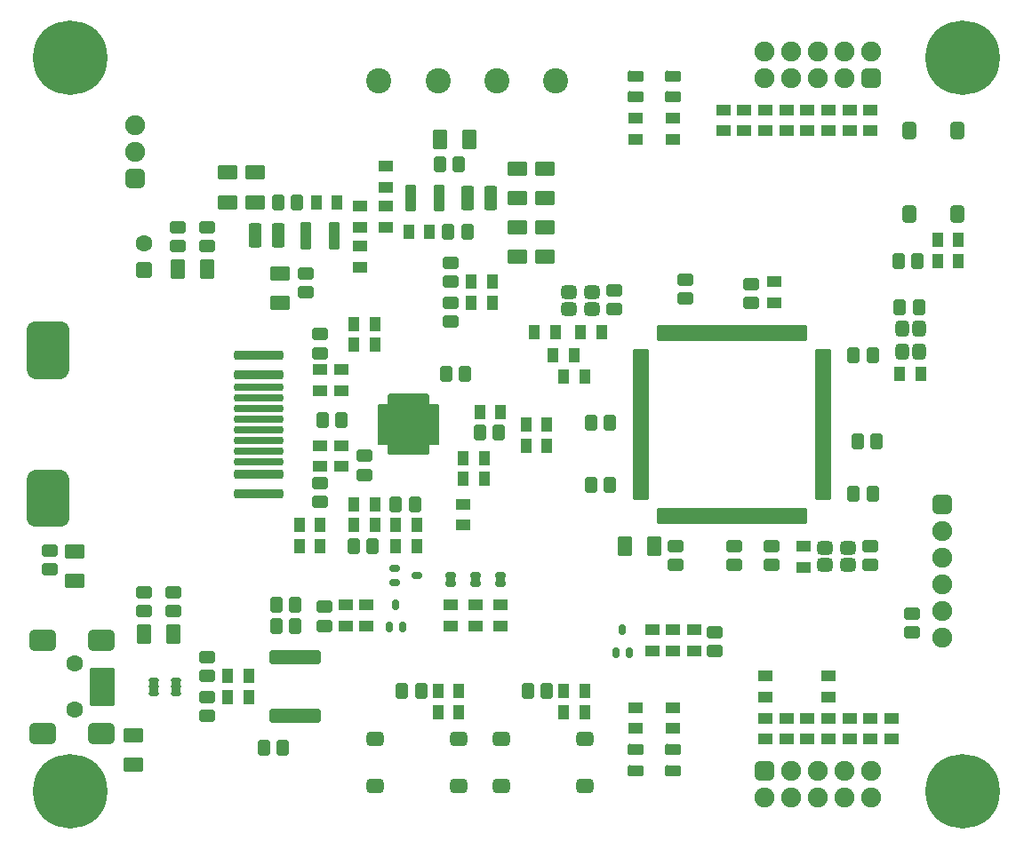
<source format=gts>
G04*
G04 #@! TF.GenerationSoftware,Altium Limited,Altium Designer,20.2.8 (258)*
G04*
G04 Layer_Color=8388736*
%FSLAX44Y44*%
%MOMM*%
G71*
G04*
G04 #@! TF.SameCoordinates,D94C3FF0-480C-42D2-A4DF-6CDED05E9D2A*
G04*
G04*
G04 #@! TF.FilePolarity,Negative*
G04*
G01*
G75*
%ADD40R,1.0500X1.7500*%
%ADD41R,0.9500X0.6000*%
%ADD42R,0.9500X0.6000*%
%ADD43R,2.4000X3.0000*%
%ADD44R,4.4500X1.3500*%
%ADD45R,4.4500X1.3500*%
%ADD46R,0.9500X1.2500*%
%ADD47R,14.0000X1.5500*%
%ADD48R,1.5500X14.0000*%
%ADD49R,1.5500X14.0000*%
%ADD50O,0.5000X1.3500*%
G04:AMPARAMS|DCode=51|XSize=1.4mm|YSize=1.1mm|CornerRadius=0.2mm|HoleSize=0mm|Usage=FLASHONLY|Rotation=0.000|XOffset=0mm|YOffset=0mm|HoleType=Round|Shape=RoundedRectangle|*
%AMROUNDEDRECTD51*
21,1,1.4000,0.7000,0,0,0.0*
21,1,1.0000,1.1000,0,0,0.0*
1,1,0.4000,0.5000,-0.3500*
1,1,0.4000,-0.5000,-0.3500*
1,1,0.4000,-0.5000,0.3500*
1,1,0.4000,0.5000,0.3500*
%
%ADD51ROUNDEDRECTD51*%
G04:AMPARAMS|DCode=52|XSize=1.5mm|YSize=1.15mm|CornerRadius=0.2075mm|HoleSize=0mm|Usage=FLASHONLY|Rotation=0.000|XOffset=0mm|YOffset=0mm|HoleType=Round|Shape=RoundedRectangle|*
%AMROUNDEDRECTD52*
21,1,1.5000,0.7350,0,0,0.0*
21,1,1.0850,1.1500,0,0,0.0*
1,1,0.4150,0.5425,-0.3675*
1,1,0.4150,-0.5425,-0.3675*
1,1,0.4150,-0.5425,0.3675*
1,1,0.4150,0.5425,0.3675*
%
%ADD52ROUNDEDRECTD52*%
G04:AMPARAMS|DCode=53|XSize=1.4mm|YSize=1.1mm|CornerRadius=0.2mm|HoleSize=0mm|Usage=FLASHONLY|Rotation=90.000|XOffset=0mm|YOffset=0mm|HoleType=Round|Shape=RoundedRectangle|*
%AMROUNDEDRECTD53*
21,1,1.4000,0.7000,0,0,90.0*
21,1,1.0000,1.1000,0,0,90.0*
1,1,0.4000,0.3500,0.5000*
1,1,0.4000,0.3500,-0.5000*
1,1,0.4000,-0.3500,-0.5000*
1,1,0.4000,-0.3500,0.5000*
%
%ADD53ROUNDEDRECTD53*%
G04:AMPARAMS|DCode=54|XSize=2.4mm|YSize=0.58mm|CornerRadius=0.17mm|HoleSize=0mm|Usage=FLASHONLY|Rotation=0.000|XOffset=0mm|YOffset=0mm|HoleType=Round|Shape=RoundedRectangle|*
%AMROUNDEDRECTD54*
21,1,2.4000,0.2400,0,0,0.0*
21,1,2.0600,0.5800,0,0,0.0*
1,1,0.3400,1.0300,-0.1200*
1,1,0.3400,-1.0300,-0.1200*
1,1,0.3400,-1.0300,0.1200*
1,1,0.3400,1.0300,0.1200*
%
%ADD54ROUNDEDRECTD54*%
G04:AMPARAMS|DCode=55|XSize=0.55mm|YSize=0.95mm|CornerRadius=0.1625mm|HoleSize=0mm|Usage=FLASHONLY|Rotation=270.000|XOffset=0mm|YOffset=0mm|HoleType=Round|Shape=RoundedRectangle|*
%AMROUNDEDRECTD55*
21,1,0.5500,0.6250,0,0,270.0*
21,1,0.2250,0.9500,0,0,270.0*
1,1,0.3250,-0.3125,-0.1125*
1,1,0.3250,-0.3125,0.1125*
1,1,0.3250,0.3125,0.1125*
1,1,0.3250,0.3125,-0.1125*
%
%ADD55ROUNDEDRECTD55*%
G04:AMPARAMS|DCode=56|XSize=1.9mm|YSize=1.4mm|CornerRadius=0.245mm|HoleSize=0mm|Usage=FLASHONLY|Rotation=90.000|XOffset=0mm|YOffset=0mm|HoleType=Round|Shape=RoundedRectangle|*
%AMROUNDEDRECTD56*
21,1,1.9000,0.9100,0,0,90.0*
21,1,1.4100,1.4000,0,0,90.0*
1,1,0.4900,0.4550,0.7050*
1,1,0.4900,0.4550,-0.7050*
1,1,0.4900,-0.4550,-0.7050*
1,1,0.4900,-0.4550,0.7050*
%
%ADD56ROUNDEDRECTD56*%
%ADD57O,0.3000X1.5500*%
%ADD58O,1.5500X0.3000*%
G04:AMPARAMS|DCode=59|XSize=0.6mm|YSize=0.95mm|CornerRadius=0.175mm|HoleSize=0mm|Usage=FLASHONLY|Rotation=180.000|XOffset=0mm|YOffset=0mm|HoleType=Round|Shape=RoundedRectangle|*
%AMROUNDEDRECTD59*
21,1,0.6000,0.6000,0,0,180.0*
21,1,0.2500,0.9500,0,0,180.0*
1,1,0.3500,-0.1250,0.3000*
1,1,0.3500,0.1250,0.3000*
1,1,0.3500,0.1250,-0.3000*
1,1,0.3500,-0.1250,-0.3000*
%
%ADD59ROUNDEDRECTD59*%
G04:AMPARAMS|DCode=60|XSize=0.6mm|YSize=0.95mm|CornerRadius=0.175mm|HoleSize=0mm|Usage=FLASHONLY|Rotation=90.000|XOffset=0mm|YOffset=0mm|HoleType=Round|Shape=RoundedRectangle|*
%AMROUNDEDRECTD60*
21,1,0.6000,0.6000,0,0,90.0*
21,1,0.2500,0.9500,0,0,90.0*
1,1,0.3500,0.3000,0.1250*
1,1,0.3500,0.3000,-0.1250*
1,1,0.3500,-0.3000,-0.1250*
1,1,0.3500,-0.3000,0.1250*
%
%ADD60ROUNDEDRECTD60*%
G04:AMPARAMS|DCode=61|XSize=1.5mm|YSize=1.15mm|CornerRadius=0.2075mm|HoleSize=0mm|Usage=FLASHONLY|Rotation=270.000|XOffset=0mm|YOffset=0mm|HoleType=Round|Shape=RoundedRectangle|*
%AMROUNDEDRECTD61*
21,1,1.5000,0.7350,0,0,270.0*
21,1,1.0850,1.1500,0,0,270.0*
1,1,0.4150,-0.3675,-0.5425*
1,1,0.4150,-0.3675,0.5425*
1,1,0.4150,0.3675,0.5425*
1,1,0.4150,0.3675,-0.5425*
%
%ADD61ROUNDEDRECTD61*%
G04:AMPARAMS|DCode=62|XSize=1.65mm|YSize=1.4mm|CornerRadius=0.375mm|HoleSize=0mm|Usage=FLASHONLY|Rotation=0.000|XOffset=0mm|YOffset=0mm|HoleType=Round|Shape=RoundedRectangle|*
%AMROUNDEDRECTD62*
21,1,1.6500,0.6500,0,0,0.0*
21,1,0.9000,1.4000,0,0,0.0*
1,1,0.7500,0.4500,-0.3250*
1,1,0.7500,-0.4500,-0.3250*
1,1,0.7500,-0.4500,0.3250*
1,1,0.7500,0.4500,0.3250*
%
%ADD62ROUNDEDRECTD62*%
%ADD63O,0.3500X1.0000*%
G04:AMPARAMS|DCode=64|XSize=1.65mm|YSize=1.4mm|CornerRadius=0.375mm|HoleSize=0mm|Usage=FLASHONLY|Rotation=270.000|XOffset=0mm|YOffset=0mm|HoleType=Round|Shape=RoundedRectangle|*
%AMROUNDEDRECTD64*
21,1,1.6500,0.6500,0,0,270.0*
21,1,0.9000,1.4000,0,0,270.0*
1,1,0.7500,-0.3250,-0.4500*
1,1,0.7500,-0.3250,0.4500*
1,1,0.7500,0.3250,0.4500*
1,1,0.7500,0.3250,-0.4500*
%
%ADD64ROUNDEDRECTD64*%
%ADD65O,1.0000X0.3500*%
G04:AMPARAMS|DCode=66|XSize=0.95mm|YSize=0.65mm|CornerRadius=0.1875mm|HoleSize=0mm|Usage=FLASHONLY|Rotation=180.000|XOffset=0mm|YOffset=0mm|HoleType=Round|Shape=RoundedRectangle|*
%AMROUNDEDRECTD66*
21,1,0.9500,0.2750,0,0,180.0*
21,1,0.5750,0.6500,0,0,180.0*
1,1,0.3750,-0.2875,0.1375*
1,1,0.3750,0.2875,0.1375*
1,1,0.3750,0.2875,-0.1375*
1,1,0.3750,-0.2875,-0.1375*
%
%ADD66ROUNDEDRECTD66*%
G04:AMPARAMS|DCode=67|XSize=2.6mm|YSize=2.1mm|CornerRadius=0.55mm|HoleSize=0mm|Usage=FLASHONLY|Rotation=0.000|XOffset=0mm|YOffset=0mm|HoleType=Round|Shape=RoundedRectangle|*
%AMROUNDEDRECTD67*
21,1,2.6000,1.0000,0,0,0.0*
21,1,1.5000,2.1000,0,0,0.0*
1,1,1.1000,0.7500,-0.5000*
1,1,1.1000,-0.7500,-0.5000*
1,1,1.1000,-0.7500,0.5000*
1,1,1.1000,0.7500,0.5000*
%
%ADD67ROUNDEDRECTD67*%
G04:AMPARAMS|DCode=68|XSize=1.9mm|YSize=1.4mm|CornerRadius=0.245mm|HoleSize=0mm|Usage=FLASHONLY|Rotation=0.000|XOffset=0mm|YOffset=0mm|HoleType=Round|Shape=RoundedRectangle|*
%AMROUNDEDRECTD68*
21,1,1.9000,0.9100,0,0,0.0*
21,1,1.4100,1.4000,0,0,0.0*
1,1,0.4900,0.7050,-0.4550*
1,1,0.4900,-0.7050,-0.4550*
1,1,0.4900,-0.7050,0.4550*
1,1,0.4900,0.7050,0.4550*
%
%ADD68ROUNDEDRECTD68*%
G04:AMPARAMS|DCode=69|XSize=1.5mm|YSize=1.1mm|CornerRadius=0.2mm|HoleSize=0mm|Usage=FLASHONLY|Rotation=0.000|XOffset=0mm|YOffset=0mm|HoleType=Round|Shape=RoundedRectangle|*
%AMROUNDEDRECTD69*
21,1,1.5000,0.7000,0,0,0.0*
21,1,1.1000,1.1000,0,0,0.0*
1,1,0.4000,0.5500,-0.3500*
1,1,0.4000,-0.5500,-0.3500*
1,1,0.4000,-0.5500,0.3500*
1,1,0.4000,0.5500,0.3500*
%
%ADD69ROUNDEDRECTD69*%
G04:AMPARAMS|DCode=70|XSize=4.1mm|YSize=3.6mm|CornerRadius=0.925mm|HoleSize=0mm|Usage=FLASHONLY|Rotation=0.000|XOffset=0mm|YOffset=0mm|HoleType=Round|Shape=RoundedRectangle|*
%AMROUNDEDRECTD70*
21,1,4.1000,1.7500,0,0,0.0*
21,1,2.2500,3.6000,0,0,0.0*
1,1,1.8500,1.1250,-0.8750*
1,1,1.8500,-1.1250,-0.8750*
1,1,1.8500,-1.1250,0.8750*
1,1,1.8500,1.1250,0.8750*
%
%ADD70ROUNDEDRECTD70*%
G04:AMPARAMS|DCode=71|XSize=4.7mm|YSize=0.71mm|CornerRadius=0.2025mm|HoleSize=0mm|Usage=FLASHONLY|Rotation=0.000|XOffset=0mm|YOffset=0mm|HoleType=Round|Shape=RoundedRectangle|*
%AMROUNDEDRECTD71*
21,1,4.7000,0.3050,0,0,0.0*
21,1,4.2950,0.7100,0,0,0.0*
1,1,0.4050,2.1475,-0.1525*
1,1,0.4050,-2.1475,-0.1525*
1,1,0.4050,-2.1475,0.1525*
1,1,0.4050,2.1475,0.1525*
%
%ADD71ROUNDEDRECTD71*%
G04:AMPARAMS|DCode=72|XSize=1.3mm|YSize=1.5mm|CornerRadius=0.35mm|HoleSize=0mm|Usage=FLASHONLY|Rotation=270.000|XOffset=0mm|YOffset=0mm|HoleType=Round|Shape=RoundedRectangle|*
%AMROUNDEDRECTD72*
21,1,1.3000,0.8000,0,0,270.0*
21,1,0.6000,1.5000,0,0,270.0*
1,1,0.7000,-0.4000,-0.3000*
1,1,0.7000,-0.4000,0.3000*
1,1,0.7000,0.4000,0.3000*
1,1,0.7000,0.4000,-0.3000*
%
%ADD72ROUNDEDRECTD72*%
G04:AMPARAMS|DCode=73|XSize=1.3mm|YSize=1.5mm|CornerRadius=0.35mm|HoleSize=0mm|Usage=FLASHONLY|Rotation=0.000|XOffset=0mm|YOffset=0mm|HoleType=Round|Shape=RoundedRectangle|*
%AMROUNDEDRECTD73*
21,1,1.3000,0.8000,0,0,0.0*
21,1,0.6000,1.5000,0,0,0.0*
1,1,0.7000,0.3000,-0.4000*
1,1,0.7000,-0.3000,-0.4000*
1,1,0.7000,-0.3000,0.4000*
1,1,0.7000,0.3000,0.4000*
%
%ADD73ROUNDEDRECTD73*%
G04:AMPARAMS|DCode=74|XSize=0.7mm|YSize=1.05mm|CornerRadius=0.2mm|HoleSize=0mm|Usage=FLASHONLY|Rotation=270.000|XOffset=0mm|YOffset=0mm|HoleType=Round|Shape=RoundedRectangle|*
%AMROUNDEDRECTD74*
21,1,0.7000,0.6500,0,0,270.0*
21,1,0.3000,1.0500,0,0,270.0*
1,1,0.4000,-0.3250,-0.1500*
1,1,0.4000,-0.3250,0.1500*
1,1,0.4000,0.3250,0.1500*
1,1,0.4000,0.3250,-0.1500*
%
%ADD74ROUNDEDRECTD74*%
%ADD75R,3.2500X3.2500*%
G04:AMPARAMS|DCode=76|XSize=4.7mm|YSize=0.91mm|CornerRadius=0.2525mm|HoleSize=0mm|Usage=FLASHONLY|Rotation=0.000|XOffset=0mm|YOffset=0mm|HoleType=Round|Shape=RoundedRectangle|*
%AMROUNDEDRECTD76*
21,1,4.7000,0.4050,0,0,0.0*
21,1,4.1950,0.9100,0,0,0.0*
1,1,0.5050,2.0975,-0.2025*
1,1,0.5050,-2.0975,-0.2025*
1,1,0.5050,-2.0975,0.2025*
1,1,0.5050,2.0975,0.2025*
%
%ADD76ROUNDEDRECTD76*%
G04:AMPARAMS|DCode=77|XSize=2.3mm|YSize=1.25mm|CornerRadius=0.2225mm|HoleSize=0mm|Usage=FLASHONLY|Rotation=270.000|XOffset=0mm|YOffset=0mm|HoleType=Round|Shape=RoundedRectangle|*
%AMROUNDEDRECTD77*
21,1,2.3000,0.8050,0,0,270.0*
21,1,1.8550,1.2500,0,0,270.0*
1,1,0.4450,-0.4025,-0.9275*
1,1,0.4450,-0.4025,0.9275*
1,1,0.4450,0.4025,0.9275*
1,1,0.4450,0.4025,-0.9275*
%
%ADD77ROUNDEDRECTD77*%
%ADD78C,1.9000*%
G04:AMPARAMS|DCode=79|XSize=4.1mm|YSize=4.1mm|CornerRadius=1.05mm|HoleSize=0mm|Usage=FLASHONLY|Rotation=270.000|XOffset=0mm|YOffset=0mm|HoleType=Round|Shape=RoundedRectangle|*
%AMROUNDEDRECTD79*
21,1,4.1000,2.0000,0,0,270.0*
21,1,2.0000,4.1000,0,0,270.0*
1,1,2.1000,-1.0000,-1.0000*
1,1,2.1000,-1.0000,1.0000*
1,1,2.1000,1.0000,1.0000*
1,1,2.1000,1.0000,-1.0000*
%
%ADD79ROUNDEDRECTD79*%
G04:AMPARAMS|DCode=80|XSize=1.6mm|YSize=1.6mm|CornerRadius=0.425mm|HoleSize=0mm|Usage=FLASHONLY|Rotation=90.000|XOffset=0mm|YOffset=0mm|HoleType=Round|Shape=RoundedRectangle|*
%AMROUNDEDRECTD80*
21,1,1.6000,0.7500,0,0,90.0*
21,1,0.7500,1.6000,0,0,90.0*
1,1,0.8500,0.3750,0.3750*
1,1,0.8500,0.3750,-0.3750*
1,1,0.8500,-0.3750,-0.3750*
1,1,0.8500,-0.3750,0.3750*
%
%ADD80ROUNDEDRECTD80*%
%ADD81C,2.4000*%
%ADD82C,1.6000*%
G04:AMPARAMS|DCode=83|XSize=1.9mm|YSize=1.9mm|CornerRadius=0.5mm|HoleSize=0mm|Usage=FLASHONLY|Rotation=90.000|XOffset=0mm|YOffset=0mm|HoleType=Round|Shape=RoundedRectangle|*
%AMROUNDEDRECTD83*
21,1,1.9000,0.9000,0,0,90.0*
21,1,0.9000,1.9000,0,0,90.0*
1,1,1.0000,0.4500,0.4500*
1,1,1.0000,0.4500,-0.4500*
1,1,1.0000,-0.4500,-0.4500*
1,1,1.0000,-0.4500,0.4500*
%
%ADD83ROUNDEDRECTD83*%
G04:AMPARAMS|DCode=84|XSize=1.9mm|YSize=1.9mm|CornerRadius=0.5mm|HoleSize=0mm|Usage=FLASHONLY|Rotation=180.000|XOffset=0mm|YOffset=0mm|HoleType=Round|Shape=RoundedRectangle|*
%AMROUNDEDRECTD84*
21,1,1.9000,0.9000,0,0,180.0*
21,1,0.9000,1.9000,0,0,180.0*
1,1,1.0000,-0.4500,0.4500*
1,1,1.0000,0.4500,0.4500*
1,1,1.0000,0.4500,-0.4500*
1,1,1.0000,-0.4500,-0.4500*
%
%ADD84ROUNDEDRECTD84*%
%ADD85C,7.1000*%
G36*
X352250Y20250D02*
X352250Y27000D01*
X352250Y27447D01*
X352592Y28274D01*
X353225Y28907D01*
X354052Y29249D01*
X354500Y29249D01*
X354500Y29250D01*
X389500Y29250D01*
X389948Y29250D01*
X390774Y28907D01*
X391407Y28274D01*
X391750Y27447D01*
X391749Y27000D01*
X391750Y27000D01*
X391750Y20250D01*
X391759Y20152D01*
X391834Y19972D01*
X391972Y19834D01*
X392152Y19760D01*
X392250Y19750D01*
X392250Y19750D01*
X399000Y19750D01*
X399448D01*
X400275Y19407D01*
X400907Y18774D01*
X401250Y17947D01*
X401250Y17500D01*
X401250Y17500D01*
X401250Y-17500D01*
X401250Y-17948D01*
X400907Y-18775D01*
X400274Y-19408D01*
X399447Y-19750D01*
X399000Y-19750D01*
X399000Y-19750D01*
X392250D01*
X392152Y-19760D01*
X391972Y-19834D01*
X391834Y-19972D01*
X391759Y-20153D01*
X391750Y-20250D01*
Y-20250D01*
X391750Y-27000D01*
X391750Y-27448D01*
X391407Y-28275D01*
X390774Y-28908D01*
X389948Y-29250D01*
X389500Y-29250D01*
X389500D01*
X354500Y-29250D01*
X354052Y-29250D01*
X353225Y-28908D01*
X352593Y-28275D01*
X352250Y-27448D01*
X352250Y-27000D01*
Y-27000D01*
X352250Y-20250D01*
X352240Y-20152D01*
X352166Y-19972D01*
X352028Y-19834D01*
X351847Y-19760D01*
X351750Y-19750D01*
X351750Y-19750D01*
X345000Y-19750D01*
X344552D01*
X343725Y-19408D01*
X343092Y-18775D01*
X342750Y-17948D01*
Y-17500D01*
Y-17500D01*
Y17500D01*
X342750Y17947D01*
X343092Y18774D01*
X343725Y19407D01*
X344552Y19749D01*
X344999Y19749D01*
X345000Y19750D01*
X351750D01*
X351847Y19760D01*
X352027Y19834D01*
X352165Y19972D01*
X352240Y20152D01*
X352249Y20249D01*
X352250Y20250D01*
D02*
G37*
D40*
X401500Y216000D02*
D03*
X374500D02*
D03*
X301500Y180000D02*
D03*
X274500D02*
D03*
D41*
X460000Y-148000D02*
D03*
X436000D02*
D03*
D42*
X412000D02*
D03*
D43*
X80000Y-250000D02*
D03*
D44*
X264000Y-222000D02*
D03*
D45*
Y-278000D02*
D03*
D46*
X150500Y-250000D02*
D03*
X129500D02*
D03*
D47*
X680000Y87000D02*
D03*
X680000Y-87000D02*
D03*
D48*
X767000Y-0D02*
D03*
D49*
X593000D02*
D03*
D50*
X273525Y-222000D02*
D03*
X286225Y-278000D02*
D03*
Y-222000D02*
D03*
X260825Y-278000D02*
D03*
X241775D02*
D03*
X260825Y-222000D02*
D03*
X267175Y-278000D02*
D03*
Y-222000D02*
D03*
X254475Y-278000D02*
D03*
X279875Y-222000D02*
D03*
X254475D02*
D03*
X279875Y-278000D02*
D03*
X273525D02*
D03*
X248125Y-222000D02*
D03*
X241775D02*
D03*
X248125Y-278000D02*
D03*
D51*
X332000Y-192000D02*
D03*
X312000D02*
D03*
X752000Y-300000D02*
D03*
Y-280000D02*
D03*
X732000Y-300000D02*
D03*
Y-280000D02*
D03*
X792000Y-300000D02*
D03*
Y-280000D02*
D03*
X832000Y-300000D02*
D03*
Y-280000D02*
D03*
X812000Y-300000D02*
D03*
Y-280000D02*
D03*
X588000Y-270000D02*
D03*
X624000D02*
D03*
X332000Y-172000D02*
D03*
X604000Y-196000D02*
D03*
X436000Y-172000D02*
D03*
X460000D02*
D03*
X412000D02*
D03*
X588000Y292000D02*
D03*
X624000D02*
D03*
X588000Y-290000D02*
D03*
X624000D02*
D03*
X288000Y52000D02*
D03*
X308000D02*
D03*
X288000Y-40000D02*
D03*
X308000D02*
D03*
X604000Y-216000D02*
D03*
X644000D02*
D03*
X624000D02*
D03*
X644000Y-196000D02*
D03*
X712000Y-300000D02*
D03*
Y-260000D02*
D03*
Y-280000D02*
D03*
X772000Y-300000D02*
D03*
Y-260000D02*
D03*
Y-280000D02*
D03*
X692000Y300000D02*
D03*
Y280000D02*
D03*
X712000Y300000D02*
D03*
Y280000D02*
D03*
X672000Y300000D02*
D03*
Y280000D02*
D03*
X732000Y300000D02*
D03*
Y280000D02*
D03*
X812000Y300000D02*
D03*
Y280000D02*
D03*
X752000Y300000D02*
D03*
Y280000D02*
D03*
X792000Y300000D02*
D03*
Y280000D02*
D03*
X772000Y300000D02*
D03*
Y280000D02*
D03*
X350000Y246000D02*
D03*
X326000Y150000D02*
D03*
X460000Y-192000D02*
D03*
X412000D02*
D03*
X720000Y136000D02*
D03*
Y116000D02*
D03*
X308000Y-20000D02*
D03*
X288000D02*
D03*
X308000Y32000D02*
D03*
X288000D02*
D03*
X424000Y-76000D02*
D03*
X748000Y-136000D02*
D03*
Y-116000D02*
D03*
X326000Y208000D02*
D03*
Y170000D02*
D03*
Y188000D02*
D03*
X350000Y226000D02*
D03*
Y208000D02*
D03*
X588000Y272000D02*
D03*
X624000D02*
D03*
X350000Y188000D02*
D03*
X312000Y-172000D02*
D03*
X624000Y-196000D02*
D03*
X712000Y-240000D02*
D03*
X772000D02*
D03*
X436000Y-192000D02*
D03*
X424000Y-96000D02*
D03*
D52*
X292000Y-192000D02*
D03*
X180000Y-260000D02*
D03*
Y-240000D02*
D03*
X148000Y-178000D02*
D03*
X120000D02*
D03*
X30000Y-120000D02*
D03*
X288000Y68000D02*
D03*
Y-56000D02*
D03*
X626000Y-116000D02*
D03*
X664000Y-216000D02*
D03*
X152000Y170000D02*
D03*
X30000Y-138000D02*
D03*
X852000Y-198000D02*
D03*
X148000Y-160000D02*
D03*
X120000D02*
D03*
X274000Y126000D02*
D03*
X180000Y188000D02*
D03*
X152000D02*
D03*
X292000Y-174000D02*
D03*
X180000Y-222000D02*
D03*
Y-278000D02*
D03*
X288000Y86000D02*
D03*
Y-74000D02*
D03*
X330000Y-48000D02*
D03*
X412000Y154000D02*
D03*
Y98000D02*
D03*
X568000Y128000D02*
D03*
X812000Y-116000D02*
D03*
X636000Y138000D02*
D03*
X698000Y134000D02*
D03*
X718000Y-134000D02*
D03*
X682000D02*
D03*
X626000D02*
D03*
X664000Y-198000D02*
D03*
X274000Y144000D02*
D03*
X180000Y170000D02*
D03*
X852000Y-180000D02*
D03*
X568000Y110000D02*
D03*
X812000Y-134000D02*
D03*
X636000Y120000D02*
D03*
X698000Y116000D02*
D03*
X718000Y-116000D02*
D03*
X682000D02*
D03*
X330000Y-30000D02*
D03*
X412000Y136000D02*
D03*
Y116000D02*
D03*
D53*
X220000Y-260000D02*
D03*
Y-240000D02*
D03*
X200000Y-260000D02*
D03*
Y-240000D02*
D03*
X876000Y156000D02*
D03*
X520000Y-254000D02*
D03*
X400000D02*
D03*
X540000Y-274000D02*
D03*
Y-254000D02*
D03*
X420000Y-274000D02*
D03*
Y-254000D02*
D03*
X288000Y-116000D02*
D03*
Y-96000D02*
D03*
X340000Y76000D02*
D03*
Y96000D02*
D03*
X896000Y176000D02*
D03*
Y156000D02*
D03*
X380000Y-116000D02*
D03*
X392000Y184000D02*
D03*
X284000Y212000D02*
D03*
X520000Y-274000D02*
D03*
X400000D02*
D03*
X320000Y-76000D02*
D03*
X268000Y-116000D02*
D03*
X876000Y176000D02*
D03*
X510000Y66000D02*
D03*
X530000D02*
D03*
X520000Y46000D02*
D03*
X540000D02*
D03*
X340000Y-76000D02*
D03*
Y-96000D02*
D03*
X460000Y12000D02*
D03*
X440000D02*
D03*
X444000Y-52000D02*
D03*
X424000D02*
D03*
X444000Y-32000D02*
D03*
X424000D02*
D03*
X360000Y-116000D02*
D03*
Y-96000D02*
D03*
X268000Y-96000D02*
D03*
X320000Y76000D02*
D03*
X504000Y-0D02*
D03*
X484000D02*
D03*
X484000Y-20000D02*
D03*
X512000Y88000D02*
D03*
X536000D02*
D03*
X556000D02*
D03*
X492000D02*
D03*
X860000Y48000D02*
D03*
X840000D02*
D03*
X304000Y212000D02*
D03*
X372000Y184000D02*
D03*
X320000Y-96000D02*
D03*
X432000Y136000D02*
D03*
X504000Y-20000D02*
D03*
X380000Y-96000D02*
D03*
X320000Y96000D02*
D03*
X452000Y136000D02*
D03*
Y116000D02*
D03*
X432000D02*
D03*
D54*
X80000Y-250000D02*
D03*
Y-242126D02*
D03*
Y-234252D02*
D03*
Y-265748D02*
D03*
Y-257874D02*
D03*
D55*
X150500Y-256500D02*
D03*
Y-243500D02*
D03*
Y-250000D02*
D03*
X129500D02*
D03*
Y-243500D02*
D03*
Y-256500D02*
D03*
D56*
X148000Y-200000D02*
D03*
X120000D02*
D03*
X606000Y-116000D02*
D03*
X152000Y148000D02*
D03*
X430000Y272000D02*
D03*
X180000Y148000D02*
D03*
X402000Y272000D02*
D03*
X578000Y-116000D02*
D03*
D57*
X710000Y87000D02*
D03*
X714000D02*
D03*
X750000D02*
D03*
X658000Y-87000D02*
D03*
X654000D02*
D03*
X626000D02*
D03*
X610000Y87000D02*
D03*
X614000D02*
D03*
X618000D02*
D03*
X634000D02*
D03*
X646000D02*
D03*
X642000D02*
D03*
X694000D02*
D03*
X714000Y-87000D02*
D03*
X678000D02*
D03*
X630000D02*
D03*
X706000Y87000D02*
D03*
X722000Y-87000D02*
D03*
X726000D02*
D03*
Y87000D02*
D03*
X746000Y-87000D02*
D03*
X638000Y87000D02*
D03*
X698000D02*
D03*
X718000Y-87000D02*
D03*
X682000D02*
D03*
X610000D02*
D03*
X614000D02*
D03*
X618000D02*
D03*
X622000D02*
D03*
X634000D02*
D03*
X638000D02*
D03*
X642000D02*
D03*
X646000D02*
D03*
X650000D02*
D03*
X662000D02*
D03*
X666000D02*
D03*
X670000D02*
D03*
X674000D02*
D03*
X686000D02*
D03*
X690000D02*
D03*
X694000D02*
D03*
X698000D02*
D03*
X702000D02*
D03*
X706000D02*
D03*
X710000D02*
D03*
X730000D02*
D03*
X734000D02*
D03*
X738000D02*
D03*
X742000D02*
D03*
X750000D02*
D03*
X746000Y87000D02*
D03*
X742000D02*
D03*
X738000D02*
D03*
X734000D02*
D03*
X730000D02*
D03*
X722000D02*
D03*
X718000D02*
D03*
X702000D02*
D03*
X690000D02*
D03*
X686000D02*
D03*
X682000D02*
D03*
X678000D02*
D03*
X674000D02*
D03*
X670000D02*
D03*
X666000D02*
D03*
X662000D02*
D03*
X658000D02*
D03*
X654000D02*
D03*
X650000D02*
D03*
X630000D02*
D03*
X626000D02*
D03*
X622000D02*
D03*
D58*
X767000Y2000D02*
D03*
Y-2000D02*
D03*
X593000Y-26000D02*
D03*
Y-30000D02*
D03*
Y-22000D02*
D03*
Y-18000D02*
D03*
Y-6000D02*
D03*
Y-70000D02*
D03*
Y-66000D02*
D03*
X767000Y22000D02*
D03*
Y18000D02*
D03*
X593000Y54000D02*
D03*
Y58000D02*
D03*
Y62000D02*
D03*
X767000Y70000D02*
D03*
Y-6000D02*
D03*
Y-62000D02*
D03*
X593000Y-54000D02*
D03*
Y6000D02*
D03*
Y42000D02*
D03*
Y46000D02*
D03*
X767000Y-38000D02*
D03*
Y34000D02*
D03*
Y42000D02*
D03*
X593000Y-34000D02*
D03*
X767000Y62000D02*
D03*
Y66000D02*
D03*
Y-10000D02*
D03*
Y-66000D02*
D03*
X593000Y-58000D02*
D03*
Y2000D02*
D03*
Y70000D02*
D03*
Y66000D02*
D03*
Y50000D02*
D03*
Y38000D02*
D03*
Y34000D02*
D03*
Y30000D02*
D03*
Y26000D02*
D03*
Y22000D02*
D03*
Y18000D02*
D03*
Y14000D02*
D03*
Y10000D02*
D03*
Y-2000D02*
D03*
Y-10000D02*
D03*
Y-14000D02*
D03*
Y-38000D02*
D03*
Y-42000D02*
D03*
Y-46000D02*
D03*
Y-50000D02*
D03*
Y-62000D02*
D03*
X767000Y-70000D02*
D03*
Y-58000D02*
D03*
Y-54000D02*
D03*
Y-50000D02*
D03*
Y-46000D02*
D03*
Y-42000D02*
D03*
Y-34000D02*
D03*
Y-30000D02*
D03*
Y-26000D02*
D03*
Y-22000D02*
D03*
Y-18000D02*
D03*
Y-14000D02*
D03*
Y6000D02*
D03*
Y10000D02*
D03*
Y14000D02*
D03*
Y26000D02*
D03*
Y30000D02*
D03*
Y38000D02*
D03*
Y46000D02*
D03*
Y50000D02*
D03*
Y54000D02*
D03*
Y58000D02*
D03*
D59*
X353500Y-193500D02*
D03*
X569500Y-217500D02*
D03*
X360000Y-172000D02*
D03*
X576000Y-196000D02*
D03*
X366500Y-193500D02*
D03*
X582500Y-217500D02*
D03*
D60*
X358500Y-137500D02*
D03*
X380000Y-144000D02*
D03*
X358500Y-150500D02*
D03*
D61*
X857000Y156000D02*
D03*
X504000Y-254000D02*
D03*
X384000Y-254000D02*
D03*
X410000Y184000D02*
D03*
X266000Y212000D02*
D03*
X420000Y248000D02*
D03*
X486000Y-254000D02*
D03*
X366000Y-254000D02*
D03*
X234000Y-308000D02*
D03*
X246000Y-192000D02*
D03*
Y-172000D02*
D03*
X338000Y-116000D02*
D03*
X378000Y-76000D02*
D03*
X426000Y48000D02*
D03*
X458000Y-8000D02*
D03*
X290000Y4000D02*
D03*
X840000Y112000D02*
D03*
X814000Y-66000D02*
D03*
Y66000D02*
D03*
X818000Y-16000D02*
D03*
X546000Y-58000D02*
D03*
Y2000D02*
D03*
X839000Y156000D02*
D03*
X360000Y-76000D02*
D03*
X248000Y212000D02*
D03*
X428000Y184000D02*
D03*
X402000Y248000D02*
D03*
X264000Y-192000D02*
D03*
Y-172000D02*
D03*
X252000Y-308000D02*
D03*
X858000Y112000D02*
D03*
X796000Y-66000D02*
D03*
Y66000D02*
D03*
X800000Y-16000D02*
D03*
X564000Y-58000D02*
D03*
Y2000D02*
D03*
X320000Y-116000D02*
D03*
X308000Y4000D02*
D03*
X440000Y-8000D02*
D03*
X408000Y48000D02*
D03*
D62*
X539750Y-299500D02*
D03*
X419750D02*
D03*
X539750Y-344500D02*
D03*
X419750D02*
D03*
X340250D02*
D03*
Y-299500D02*
D03*
X460250D02*
D03*
Y-344500D02*
D03*
D63*
X354500Y23750D02*
D03*
X359500D02*
D03*
X379500Y-23750D02*
D03*
X374500Y23750D02*
D03*
X379500D02*
D03*
X354500Y-23750D02*
D03*
X384500Y23750D02*
D03*
X389500Y-23750D02*
D03*
X359500D02*
D03*
X369500D02*
D03*
X374500D02*
D03*
X364500Y23750D02*
D03*
X389500D02*
D03*
X369500D02*
D03*
X384500Y-23750D02*
D03*
X364500D02*
D03*
D64*
X894500Y200250D02*
D03*
X849500D02*
D03*
X894500Y279750D02*
D03*
X849500D02*
D03*
D65*
X395750Y-2500D02*
D03*
Y7500D02*
D03*
X348250D02*
D03*
X395750Y12500D02*
D03*
Y17500D02*
D03*
X348250Y-7500D02*
D03*
Y-2500D02*
D03*
Y-17500D02*
D03*
X395750Y2500D02*
D03*
Y-17500D02*
D03*
X348250Y17500D02*
D03*
Y12500D02*
D03*
X395750Y-12500D02*
D03*
X348250D02*
D03*
Y2500D02*
D03*
X395750Y-7500D02*
D03*
D66*
X436000Y-144000D02*
D03*
Y-152000D02*
D03*
X460000Y-144000D02*
D03*
Y-152000D02*
D03*
X412000Y-144000D02*
D03*
Y-152000D02*
D03*
D67*
X79111Y-205550D02*
D03*
X23993D02*
D03*
Y-294450D02*
D03*
X79111D02*
D03*
D68*
X110000Y-296000D02*
D03*
X54000Y-121000D02*
D03*
X110000Y-324000D02*
D03*
X54000Y-149000D02*
D03*
X502000Y244000D02*
D03*
X476000D02*
D03*
X200000Y240000D02*
D03*
X226000D02*
D03*
X250000Y116000D02*
D03*
X476000Y188000D02*
D03*
X200000Y212000D02*
D03*
X226000D02*
D03*
X250000Y144000D02*
D03*
X502000Y188000D02*
D03*
Y216000D02*
D03*
X476000D02*
D03*
X502000Y160000D02*
D03*
X476000D02*
D03*
D69*
X588000Y312000D02*
D03*
X624000Y312000D02*
D03*
X588000Y-310000D02*
D03*
X624000D02*
D03*
X588000Y332000D02*
D03*
X624000Y332000D02*
D03*
X588000Y-330000D02*
D03*
X624000D02*
D03*
D70*
X29000Y-80000D02*
D03*
Y80000D02*
D03*
D71*
X229000Y35700D02*
D03*
Y-35700D02*
D03*
Y-25500D02*
D03*
Y5100D02*
D03*
Y15300D02*
D03*
Y-15300D02*
D03*
Y-5100D02*
D03*
Y25500D02*
D03*
D72*
X525000Y126000D02*
D03*
X769000Y-118000D02*
D03*
X525000Y110000D02*
D03*
X769000Y-134000D02*
D03*
X547000Y110000D02*
D03*
Y126000D02*
D03*
X791000Y-134000D02*
D03*
Y-118000D02*
D03*
D73*
X842000Y69000D02*
D03*
X858000D02*
D03*
Y91000D02*
D03*
X842000D02*
D03*
D74*
X401500Y206500D02*
D03*
X274500Y189500D02*
D03*
Y170500D02*
D03*
Y180000D02*
D03*
X301500Y170500D02*
D03*
Y189500D02*
D03*
X401500Y216000D02*
D03*
X374500Y225500D02*
D03*
Y206500D02*
D03*
X401500Y225500D02*
D03*
X374500Y216000D02*
D03*
X301500Y180000D02*
D03*
D75*
X372000Y-0D02*
D03*
D76*
X229000Y-47700D02*
D03*
Y-66100D02*
D03*
Y47700D02*
D03*
Y66100D02*
D03*
D77*
X226000Y180000D02*
D03*
X248000D02*
D03*
X428000Y216000D02*
D03*
X450000D02*
D03*
D78*
X112000Y285400D02*
D03*
X736600Y-330200D02*
D03*
Y-355600D02*
D03*
X787400Y-330200D02*
D03*
Y-355600D02*
D03*
X812800Y-330200D02*
D03*
X880000Y-203500D02*
D03*
Y-127300D02*
D03*
Y-101900D02*
D03*
X762000Y-355600D02*
D03*
Y-330200D02*
D03*
X711200Y355600D02*
D03*
Y330200D02*
D03*
X736600Y355600D02*
D03*
Y330200D02*
D03*
X762000Y355600D02*
D03*
Y330200D02*
D03*
X787400Y355600D02*
D03*
Y330200D02*
D03*
X812800Y355600D02*
D03*
Y-355600D02*
D03*
X711200D02*
D03*
X880000Y-152700D02*
D03*
X112000Y260000D02*
D03*
X880000Y-178100D02*
D03*
D79*
X29000Y-63500D02*
D03*
Y63500D02*
D03*
D80*
X120000Y147300D02*
D03*
D81*
X512000Y328000D02*
D03*
X456000D02*
D03*
X344000D02*
D03*
X400000D02*
D03*
D82*
X120000Y172700D02*
D03*
X54219Y-228029D02*
D03*
Y-271971D02*
D03*
D83*
X112000Y234600D02*
D03*
X880000Y-76500D02*
D03*
D84*
X812800Y330200D02*
D03*
X711200Y-330200D02*
D03*
D85*
X50000Y-350000D02*
D03*
X900000D02*
D03*
Y350000D02*
D03*
X50000D02*
D03*
M02*

</source>
